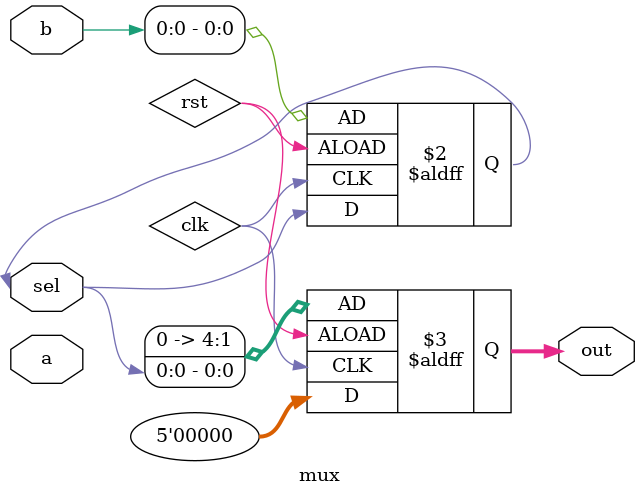
<source format=v>
module mux( 
input [4:0] a, b,
input sel,
output [4:0] out );
// When sel=0, assign a to out. 
// When sel=1, assign b to out.
always @(posedge clk or negedge rst) begin
  if(rst) begin
    out <= -16'd0;
  end
  else begin
    sel <= a[0];
    sel <= b[0];
    out <= sel;
  end
end

endmodule

</source>
